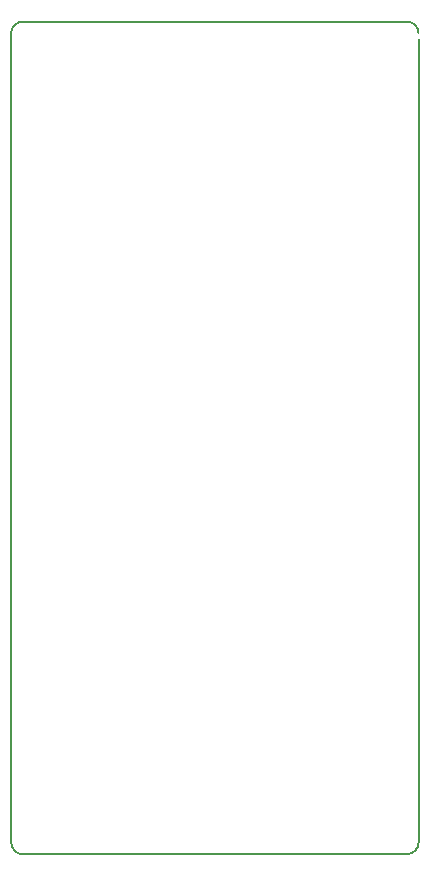
<source format=gbr>
G04 #@! TF.GenerationSoftware,KiCad,Pcbnew,(5.0.0)*
G04 #@! TF.CreationDate,2019-01-02T14:39:17-06:00*
G04 #@! TF.ProjectId,fk-sonar,666B2D736F6E61722E6B696361645F70,0.1*
G04 #@! TF.SameCoordinates,PX791ddc0PY791ddc0*
G04 #@! TF.FileFunction,Profile,NP*
%FSLAX46Y46*%
G04 Gerber Fmt 4.6, Leading zero omitted, Abs format (unit mm)*
G04 Created by KiCad (PCBNEW (5.0.0)) date 01/02/19 14:39:17*
%MOMM*%
%LPD*%
G01*
G04 APERTURE LIST*
%ADD10C,0.150000*%
G04 APERTURE END LIST*
D10*
X-4830000Y63770000D02*
G75*
G02X-3830000Y64770000I1000000J0D01*
G01*
X-4830000Y-4730000D02*
X-4830000Y63770000D01*
X-3830000Y-5730000D02*
G75*
G02X-4830000Y-4730000I0J1000000D01*
G01*
X28670000Y-5730000D02*
X-3830000Y-5730000D01*
X29670000Y-4730000D02*
G75*
G02X28670000Y-5730000I-1000000J0D01*
G01*
X29670000Y63270000D02*
X29670000Y-4730000D01*
X28670000Y64770000D02*
G75*
G02X29670000Y63770000I0J-1000000D01*
G01*
X-3830000Y64770000D02*
X28670000Y64770000D01*
M02*

</source>
